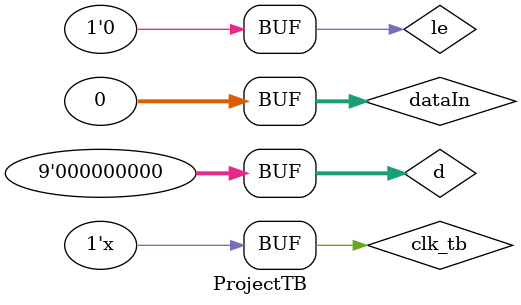
<source format=v>
`timescale 1ns/1ns
module ProjectTB ();
//Componentes de pcOne en fetch
    reg [31:0] dataIn = 31'd0;
    reg clk_tb = 1'b0;
    wire [31:0] outPC;
    //Componentes de adder en fetch
    wire [31:0] outAdderPC;
    //Componentes de Minst en fetch
    reg [8:0] d = 0;
    reg le = 1'b0;
    //Componentes para sign extend
    wire [31:0] extendedBits;
    //Componentes de signExtends
    wire [31:0] instruction;
    //Componentes para shift 2
    wire [31:0] shiftedBits;
    //Componentes sumador con shift 2
    wire [31:0] outAdderSignExtend;
    //Componentes para mux's
    wire [4:0] muxRegFileDataOut;
    wire [4:0] muxAluOp2DataOut;//Mux para segundo operando de la ALU
    wire [31:0] outMuxToPC;
    //Componentes de unidad de control
    wire regDst;
    wire branch;
    wire memRead;
    wire memToReg;
    wire [1:0] ALUop;
    wire memWrite;
    wire ALUSrc;
    wire RegWrite;
    //Componentes de regFile
    wire [31:0] aluDR1;
    wire [31:0] aluDR2;

    //Componentes para ALU
    wire [31:0] resAlu;
    wire zeroFlagAlu;
    wire [3:0] opAlu;//salida de ALU control
    //Componentes de dataMem
    wire [31:0] dataReadFromMemory;
    //Condición de para mux a PC
    reg selectShiftPC;
    //ejecución indefinida cada 50 unidades de tiempo para clk
    always #50 clk_tb = ~clk_tb;
    
    always @* begin
        selectShiftPC = branch & zeroFlagAlu;
    end
    //assign add = 31'd4;
    /* ====================================
        PC
    ==================================== */
    PC pcOne(
        .dataIn(outMuxToPC),
        .clk(clk_tb),
        .dataOut(outPC)
    );
    /* ====================================
    Sumador de PC 
    ====================================*/
    Adder adder(
        .add(4),
        .originalNumber(outPC),
        .out(outAdderPC)
    );
        
    /* ====================================
    Shift de salida de Sign Extend
    ==================================== */
    ShiftLeft2 shiftToMuxPC(
        .inToShift(extendedBits),
        .outShifted(shiftedBits)
    );
    /* ====================================
    Recorrido de bits de signExtend
    ====================================*/
    SignExtend signExtend(
        .inputBits(instruction[15:0]),
        .extendedBits(extendedBits)
    );
    /* ====================================
    Sumador de SignExtend 
    ====================================*/
    
    Adder adderSignExtend(
        .add(shiftedBits),
        .originalNumber(outAdderPC),
        .out(outAdderSignExtend)
    );
    /*==================================== 
    Mux hacia PC
    ====================================*/
    Mux01_31Bits muxToPC(
        .valOnSel0(outAdderPC),
        .valOnSel1(outAdderSignExtend),
        .selector(selectShiftPC),
        .dataOut(outMuxToPC)
    );
    /* ========================================================================
    ====================================
    Fin de ciclo fetch
    ====================================
    ======================================================================== */
    /* ====================================
    Banco de instrucciones 
    ====================================*/
    MInstructions Minst(
        .rdAccess(outPC),
        .data(instruction)
    );
    /*  ====================================
    Unidad de control 
     ====================================*/
    ControlUnit controlUnit(
        .instruction(instruction[31:26]),
        .regDst(regDst),
        .branch(branch),
        .memRead(memRead),
        .memToReg(memToReg),
        .ALUop(ALUop),
        .memWrite(memWrite),
        .ALUSrc(ALUSrc),
        .RegWrite(RegWrite)
    );
    /* ====================================
    mux para banco de registros 
     ====================================*/
    Mux01_5Bits muxRegFile(
        .valOnSel0(instruction[25:21]),
        .valOnSel1(instruction[20:16]),
        .selector(regDst),
        .dataOut(muxRegFileDataOut)
    );
    /* ====================================
    Banco de registros 
     ====================================*/
    RegisterFile regFile(
        .regen(RegWrite),//region enable, indica que si se guarda o no
        .wd(resAlu),//write data, datos a escribir
        .RR1(instruction[25:21]),//read registro 1
        .RR2(instruction[20:16]),//read registro 2
        .WA(muxRegFileDataOut),//write Access
        .DR1(aluDR1),//data read 1
        .DR2(aluDR2)//data read 2
    );
    /*  ====================================
    mux01 con 32 bits hacia ALU 
     ====================================*/
    Mux01_31Bits muxAlu(
        .valOnSel0(aluDR2),
        .valOnSel1(aluDR2),//De sign extended
        .selector(ALUSrc),
        .dataOut(muxAluOp2DataOut)
    );
    /*  ====================================
    Alu a Data Memory 
     ====================================*/
    ALU alu(
        .op1(aluDR1),
        .op2(aluDR2),
        .selOp(opAlu),
        .resultado(resAlu) ,
        .zeroFlag(zeroFlagAlu)
    );
    /* ====================================
    Resultados de la ALU 
    ====================================*/
    DataMemory dataMem(
        .dataEN(resAlu),//Datos de entrada
        .d(resAlu),//Dirección de memoría
        .write(memWrite),
        .read(memRead),
        .data(dataReadFromMemory)//Datos de salida
    );
    /* ====================================
    Mux hacia banco de registros (resultados ejecución)
    ====================================*/
    Mux01_31Bits muxReturnToRegister(
        .valOnSel0(dataReadFromMemory),
        .valOnSel1(resAlu),//De sign extended
        .selector(memToReg),
        .dataOut(muxAluOp2DataOut)
    );
    
    
endmodule //ProjectTB

</source>
